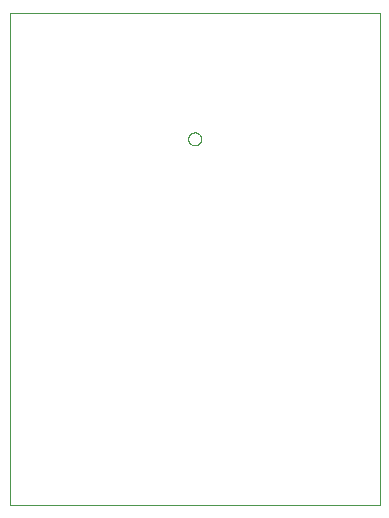
<source format=gbp>
G75*
%MOIN*%
%OFA0B0*%
%FSLAX25Y25*%
%IPPOS*%
%LPD*%
%AMOC8*
5,1,8,0,0,1.08239X$1,22.5*
%
%ADD10C,0.00394*%
%ADD11C,0.00000*%
D10*
X0004091Y0003012D02*
X0127319Y0003012D01*
X0127319Y0167185D01*
X0004091Y0167185D01*
X0004091Y0003012D01*
D11*
X0063540Y0125059D02*
X0063542Y0125152D01*
X0063548Y0125244D01*
X0063558Y0125336D01*
X0063572Y0125427D01*
X0063589Y0125518D01*
X0063611Y0125608D01*
X0063636Y0125697D01*
X0063665Y0125785D01*
X0063698Y0125871D01*
X0063735Y0125956D01*
X0063775Y0126040D01*
X0063819Y0126121D01*
X0063866Y0126201D01*
X0063916Y0126279D01*
X0063970Y0126354D01*
X0064027Y0126427D01*
X0064087Y0126497D01*
X0064150Y0126565D01*
X0064216Y0126630D01*
X0064284Y0126692D01*
X0064355Y0126752D01*
X0064429Y0126808D01*
X0064505Y0126861D01*
X0064583Y0126910D01*
X0064663Y0126957D01*
X0064745Y0126999D01*
X0064829Y0127039D01*
X0064914Y0127074D01*
X0065001Y0127106D01*
X0065089Y0127135D01*
X0065178Y0127159D01*
X0065268Y0127180D01*
X0065359Y0127196D01*
X0065451Y0127209D01*
X0065543Y0127218D01*
X0065636Y0127223D01*
X0065728Y0127224D01*
X0065821Y0127221D01*
X0065913Y0127214D01*
X0066005Y0127203D01*
X0066096Y0127188D01*
X0066187Y0127170D01*
X0066277Y0127147D01*
X0066365Y0127121D01*
X0066453Y0127091D01*
X0066539Y0127057D01*
X0066623Y0127020D01*
X0066706Y0126978D01*
X0066787Y0126934D01*
X0066867Y0126886D01*
X0066944Y0126835D01*
X0067018Y0126780D01*
X0067091Y0126722D01*
X0067161Y0126662D01*
X0067228Y0126598D01*
X0067292Y0126532D01*
X0067354Y0126462D01*
X0067412Y0126391D01*
X0067467Y0126317D01*
X0067519Y0126240D01*
X0067568Y0126161D01*
X0067614Y0126081D01*
X0067656Y0125998D01*
X0067694Y0125914D01*
X0067729Y0125828D01*
X0067760Y0125741D01*
X0067787Y0125653D01*
X0067810Y0125563D01*
X0067830Y0125473D01*
X0067846Y0125382D01*
X0067858Y0125290D01*
X0067866Y0125198D01*
X0067870Y0125105D01*
X0067870Y0125013D01*
X0067866Y0124920D01*
X0067858Y0124828D01*
X0067846Y0124736D01*
X0067830Y0124645D01*
X0067810Y0124555D01*
X0067787Y0124465D01*
X0067760Y0124377D01*
X0067729Y0124290D01*
X0067694Y0124204D01*
X0067656Y0124120D01*
X0067614Y0124037D01*
X0067568Y0123957D01*
X0067519Y0123878D01*
X0067467Y0123801D01*
X0067412Y0123727D01*
X0067354Y0123656D01*
X0067292Y0123586D01*
X0067228Y0123520D01*
X0067161Y0123456D01*
X0067091Y0123396D01*
X0067018Y0123338D01*
X0066944Y0123283D01*
X0066867Y0123232D01*
X0066788Y0123184D01*
X0066706Y0123140D01*
X0066623Y0123098D01*
X0066539Y0123061D01*
X0066453Y0123027D01*
X0066365Y0122997D01*
X0066277Y0122971D01*
X0066187Y0122948D01*
X0066096Y0122930D01*
X0066005Y0122915D01*
X0065913Y0122904D01*
X0065821Y0122897D01*
X0065728Y0122894D01*
X0065636Y0122895D01*
X0065543Y0122900D01*
X0065451Y0122909D01*
X0065359Y0122922D01*
X0065268Y0122938D01*
X0065178Y0122959D01*
X0065089Y0122983D01*
X0065001Y0123012D01*
X0064914Y0123044D01*
X0064829Y0123079D01*
X0064745Y0123119D01*
X0064663Y0123161D01*
X0064583Y0123208D01*
X0064505Y0123257D01*
X0064429Y0123310D01*
X0064355Y0123366D01*
X0064284Y0123426D01*
X0064216Y0123488D01*
X0064150Y0123553D01*
X0064087Y0123621D01*
X0064027Y0123691D01*
X0063970Y0123764D01*
X0063916Y0123839D01*
X0063866Y0123917D01*
X0063819Y0123997D01*
X0063775Y0124078D01*
X0063735Y0124162D01*
X0063698Y0124247D01*
X0063665Y0124333D01*
X0063636Y0124421D01*
X0063611Y0124510D01*
X0063589Y0124600D01*
X0063572Y0124691D01*
X0063558Y0124782D01*
X0063548Y0124874D01*
X0063542Y0124966D01*
X0063540Y0125059D01*
M02*

</source>
